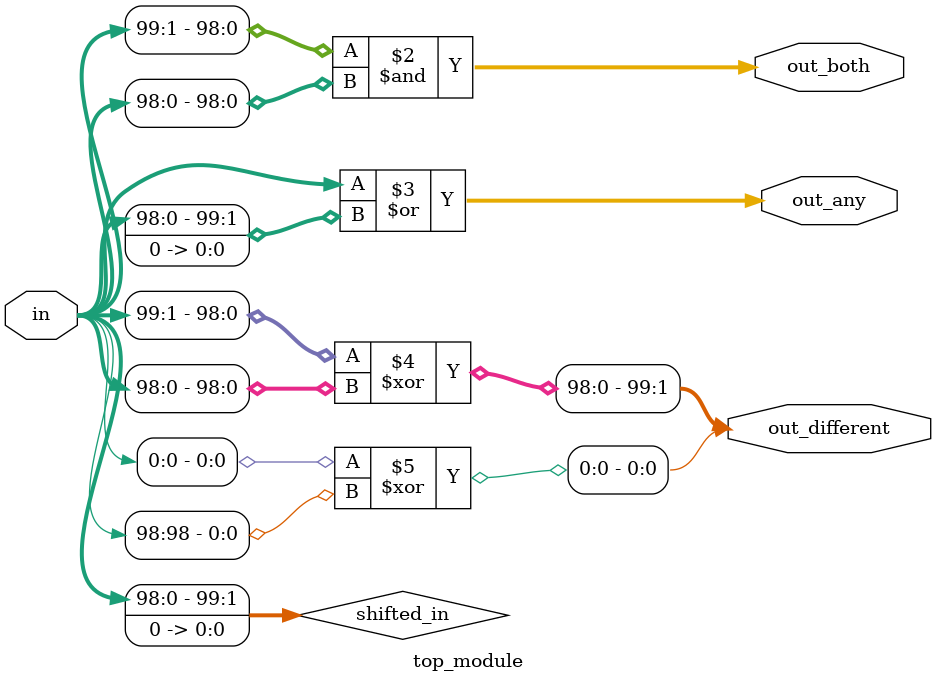
<source format=sv>
module top_module (
    input [99:0] in,
    output [98:0] out_both,
    output [99:0] out_any,
    output [99:0] out_different
);

    wire [99:0] shifted_in;
    assign shifted_in = in << 1;

    assign out_both = in[99:1] & shifted_in[99:1];
    assign out_any = in | shifted_in;
    assign out_different[99:1] = in[99:1] ^ shifted_in[99:1];
    assign out_different[0] = in[0] ^ shifted_in[99];

endmodule

</source>
